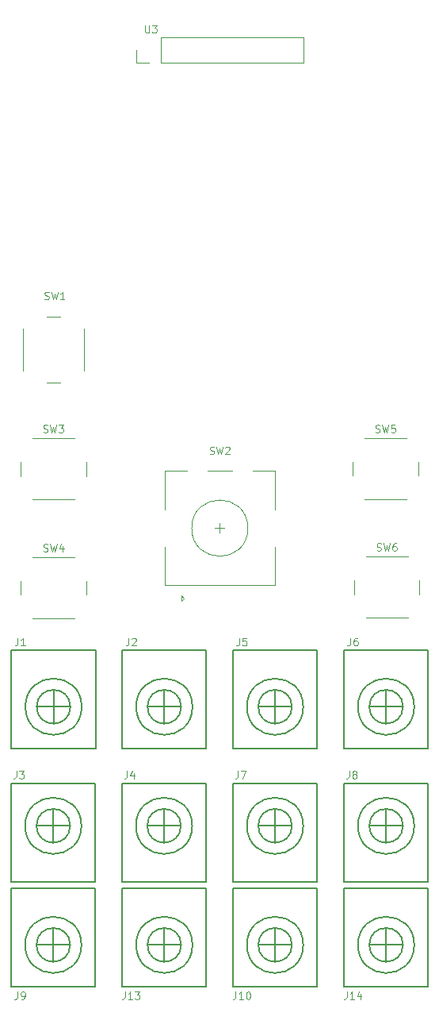
<source format=gbr>
G04 #@! TF.GenerationSoftware,KiCad,Pcbnew,(5.1.8)-1*
G04 #@! TF.CreationDate,2020-12-03T10:56:57+08:00*
G04 #@! TF.ProjectId,Waves,57617665-732e-46b6-9963-61645f706362,rev?*
G04 #@! TF.SameCoordinates,Original*
G04 #@! TF.FileFunction,Legend,Top*
G04 #@! TF.FilePolarity,Positive*
%FSLAX46Y46*%
G04 Gerber Fmt 4.6, Leading zero omitted, Abs format (unit mm)*
G04 Created by KiCad (PCBNEW (5.1.8)-1) date 2020-12-03 10:56:57*
%MOMM*%
%LPD*%
G01*
G04 APERTURE LIST*
%ADD10C,0.150000*%
%ADD11C,0.120000*%
G04 APERTURE END LIST*
D10*
X146453000Y-147320000D02*
X142853000Y-147320000D01*
X144653000Y-145520000D02*
X144653000Y-149120000D01*
X140153000Y-151820000D02*
X149153000Y-151820000D01*
X149153000Y-151820000D02*
X149153000Y-141320000D01*
X149153000Y-141320000D02*
X140153000Y-141320000D01*
X140153000Y-141320000D02*
X140153000Y-151820000D01*
X147659659Y-147320000D02*
G75*
G03*
X147659659Y-147320000I-3006659J0D01*
G01*
X146453000Y-147320000D02*
G75*
G03*
X146453000Y-147320000I-1800000J0D01*
G01*
X134591000Y-147320000D02*
X130991000Y-147320000D01*
X132791000Y-145520000D02*
X132791000Y-149120000D01*
X128291000Y-151820000D02*
X137291000Y-151820000D01*
X137291000Y-151820000D02*
X137291000Y-141320000D01*
X137291000Y-141320000D02*
X128291000Y-141320000D01*
X128291000Y-141320000D02*
X128291000Y-151820000D01*
X135797659Y-147320000D02*
G75*
G03*
X135797659Y-147320000I-3006659J0D01*
G01*
X134591000Y-147320000D02*
G75*
G03*
X134591000Y-147320000I-1800000J0D01*
G01*
X122755000Y-147320000D02*
X119155000Y-147320000D01*
X120955000Y-145520000D02*
X120955000Y-149120000D01*
X116455000Y-151820000D02*
X125455000Y-151820000D01*
X125455000Y-151820000D02*
X125455000Y-141320000D01*
X125455000Y-141320000D02*
X116455000Y-141320000D01*
X116455000Y-141320000D02*
X116455000Y-151820000D01*
X123961659Y-147320000D02*
G75*
G03*
X123961659Y-147320000I-3006659J0D01*
G01*
X122755000Y-147320000D02*
G75*
G03*
X122755000Y-147320000I-1800000J0D01*
G01*
X110893000Y-147320000D02*
X107293000Y-147320000D01*
X109093000Y-145520000D02*
X109093000Y-149120000D01*
X104593000Y-151820000D02*
X113593000Y-151820000D01*
X113593000Y-151820000D02*
X113593000Y-141320000D01*
X113593000Y-141320000D02*
X104593000Y-141320000D01*
X104593000Y-141320000D02*
X104593000Y-151820000D01*
X112099659Y-147320000D02*
G75*
G03*
X112099659Y-147320000I-3006659J0D01*
G01*
X110893000Y-147320000D02*
G75*
G03*
X110893000Y-147320000I-1800000J0D01*
G01*
X146453000Y-121920000D02*
X142853000Y-121920000D01*
X144653000Y-120120000D02*
X144653000Y-123720000D01*
X140153000Y-126420000D02*
X149153000Y-126420000D01*
X149153000Y-126420000D02*
X149153000Y-115920000D01*
X149153000Y-115920000D02*
X140153000Y-115920000D01*
X140153000Y-115920000D02*
X140153000Y-126420000D01*
X147659659Y-121920000D02*
G75*
G03*
X147659659Y-121920000I-3006659J0D01*
G01*
X146453000Y-121920000D02*
G75*
G03*
X146453000Y-121920000I-1800000J0D01*
G01*
X134591000Y-121920000D02*
X130991000Y-121920000D01*
X132791000Y-120120000D02*
X132791000Y-123720000D01*
X128291000Y-126420000D02*
X137291000Y-126420000D01*
X137291000Y-126420000D02*
X137291000Y-115920000D01*
X137291000Y-115920000D02*
X128291000Y-115920000D01*
X128291000Y-115920000D02*
X128291000Y-126420000D01*
X135797659Y-121920000D02*
G75*
G03*
X135797659Y-121920000I-3006659J0D01*
G01*
X134591000Y-121920000D02*
G75*
G03*
X134591000Y-121920000I-1800000J0D01*
G01*
X122755000Y-121920000D02*
X119155000Y-121920000D01*
X120955000Y-120120000D02*
X120955000Y-123720000D01*
X116455000Y-126420000D02*
X125455000Y-126420000D01*
X125455000Y-126420000D02*
X125455000Y-115920000D01*
X125455000Y-115920000D02*
X116455000Y-115920000D01*
X116455000Y-115920000D02*
X116455000Y-126420000D01*
X123961659Y-121920000D02*
G75*
G03*
X123961659Y-121920000I-3006659J0D01*
G01*
X122755000Y-121920000D02*
G75*
G03*
X122755000Y-121920000I-1800000J0D01*
G01*
X110918000Y-121920000D02*
X107318000Y-121920000D01*
X109118000Y-120120000D02*
X109118000Y-123720000D01*
X104618000Y-126420000D02*
X113618000Y-126420000D01*
X113618000Y-126420000D02*
X113618000Y-115920000D01*
X113618000Y-115920000D02*
X104618000Y-115920000D01*
X104618000Y-115920000D02*
X104618000Y-126420000D01*
X112124659Y-121920000D02*
G75*
G03*
X112124659Y-121920000I-3006659J0D01*
G01*
X110918000Y-121920000D02*
G75*
G03*
X110918000Y-121920000I-1800000J0D01*
G01*
X107293000Y-134620000D02*
X110893000Y-134620000D01*
X109093000Y-136420000D02*
X109093000Y-132820000D01*
X113593000Y-130120000D02*
X104593000Y-130120000D01*
X104593000Y-130120000D02*
X104593000Y-140620000D01*
X104593000Y-140620000D02*
X113593000Y-140620000D01*
X113593000Y-140620000D02*
X113593000Y-130120000D01*
X112099659Y-134620000D02*
G75*
G03*
X112099659Y-134620000I-3006659J0D01*
G01*
X110893000Y-134620000D02*
G75*
G03*
X110893000Y-134620000I-1800000J0D01*
G01*
X119129000Y-134620000D02*
X122729000Y-134620000D01*
X120929000Y-136420000D02*
X120929000Y-132820000D01*
X125429000Y-130120000D02*
X116429000Y-130120000D01*
X116429000Y-130120000D02*
X116429000Y-140620000D01*
X116429000Y-140620000D02*
X125429000Y-140620000D01*
X125429000Y-140620000D02*
X125429000Y-130120000D01*
X123935659Y-134620000D02*
G75*
G03*
X123935659Y-134620000I-3006659J0D01*
G01*
X122729000Y-134620000D02*
G75*
G03*
X122729000Y-134620000I-1800000J0D01*
G01*
X130991000Y-134620000D02*
X134591000Y-134620000D01*
X132791000Y-136420000D02*
X132791000Y-132820000D01*
X137291000Y-130120000D02*
X128291000Y-130120000D01*
X128291000Y-130120000D02*
X128291000Y-140620000D01*
X128291000Y-140620000D02*
X137291000Y-140620000D01*
X137291000Y-140620000D02*
X137291000Y-130120000D01*
X135797659Y-134620000D02*
G75*
G03*
X135797659Y-134620000I-3006659J0D01*
G01*
X134591000Y-134620000D02*
G75*
G03*
X134591000Y-134620000I-1800000J0D01*
G01*
X142853000Y-134620000D02*
X146453000Y-134620000D01*
X144653000Y-136420000D02*
X144653000Y-132820000D01*
X149153000Y-130120000D02*
X140153000Y-130120000D01*
X140153000Y-130120000D02*
X140153000Y-140620000D01*
X140153000Y-140620000D02*
X149153000Y-140620000D01*
X149153000Y-140620000D02*
X149153000Y-130120000D01*
X147659659Y-134620000D02*
G75*
G03*
X147659659Y-134620000I-3006659J0D01*
G01*
X146453000Y-134620000D02*
G75*
G03*
X146453000Y-134620000I-1800000J0D01*
G01*
D11*
X142478000Y-112434000D02*
X146978000Y-112434000D01*
X141228000Y-108434000D02*
X141228000Y-109934000D01*
X146978000Y-105934000D02*
X142478000Y-105934000D01*
X148228000Y-109934000D02*
X148228000Y-108434000D01*
X135866160Y-53194240D02*
X135866160Y-50534240D01*
X120566160Y-53194240D02*
X135866160Y-53194240D01*
X120566160Y-50534240D02*
X135866160Y-50534240D01*
X120566160Y-53194240D02*
X120566160Y-50534240D01*
X119296160Y-53194240D02*
X117966160Y-53194240D01*
X117966160Y-53194240D02*
X117966160Y-51864240D01*
X142326000Y-99784800D02*
X146826000Y-99784800D01*
X141076000Y-95784800D02*
X141076000Y-97284800D01*
X146826000Y-93284800D02*
X142326000Y-93284800D01*
X148076000Y-97284800D02*
X148076000Y-95784800D01*
X106867000Y-112485000D02*
X111367000Y-112485000D01*
X105617000Y-108485000D02*
X105617000Y-109985000D01*
X111367000Y-105985000D02*
X106867000Y-105985000D01*
X112617000Y-109985000D02*
X112617000Y-108485000D01*
X106842000Y-99810200D02*
X111342000Y-99810200D01*
X105592000Y-95810200D02*
X105592000Y-97310200D01*
X111342000Y-93310200D02*
X106842000Y-93310200D01*
X112592000Y-97310200D02*
X112592000Y-95810200D01*
X126884000Y-103373000D02*
X126884000Y-102373000D01*
X126384000Y-102873000D02*
X127384000Y-102873000D01*
X130384000Y-96773000D02*
X132784000Y-96773000D01*
X125584000Y-96773000D02*
X128184000Y-96773000D01*
X120984000Y-96773000D02*
X123384000Y-96773000D01*
X122784000Y-110073000D02*
X123084000Y-110373000D01*
X122784000Y-110673000D02*
X122784000Y-110073000D01*
X123084000Y-110373000D02*
X122784000Y-110673000D01*
X120984000Y-108973000D02*
X132784000Y-108973000D01*
X120984000Y-104873000D02*
X120984000Y-108973000D01*
X132784000Y-104873000D02*
X132784000Y-108973000D01*
X132784000Y-96773000D02*
X132784000Y-100873000D01*
X120984000Y-100873000D02*
X120984000Y-96773000D01*
X129884000Y-102873000D02*
G75*
G03*
X129884000Y-102873000I-3000000J0D01*
G01*
X112358000Y-86071200D02*
X112358000Y-81571200D01*
X108358000Y-87321200D02*
X109858000Y-87321200D01*
X105858000Y-81571200D02*
X105858000Y-86071200D01*
X109858000Y-80321200D02*
X108358000Y-80321200D01*
X140449380Y-152300904D02*
X140449380Y-152872333D01*
X140411285Y-152986619D01*
X140335095Y-153062809D01*
X140220809Y-153100904D01*
X140144619Y-153100904D01*
X141249380Y-153100904D02*
X140792238Y-153100904D01*
X141020809Y-153100904D02*
X141020809Y-152300904D01*
X140944619Y-152415190D01*
X140868428Y-152491380D01*
X140792238Y-152529476D01*
X141935095Y-152567571D02*
X141935095Y-153100904D01*
X141744619Y-152262809D02*
X141554142Y-152834238D01*
X142049380Y-152834238D01*
X128587380Y-152300904D02*
X128587380Y-152872333D01*
X128549285Y-152986619D01*
X128473095Y-153062809D01*
X128358809Y-153100904D01*
X128282619Y-153100904D01*
X129387380Y-153100904D02*
X128930238Y-153100904D01*
X129158809Y-153100904D02*
X129158809Y-152300904D01*
X129082619Y-152415190D01*
X129006428Y-152491380D01*
X128930238Y-152529476D01*
X129882619Y-152300904D02*
X129958809Y-152300904D01*
X130035000Y-152339000D01*
X130073095Y-152377095D01*
X130111190Y-152453285D01*
X130149285Y-152605666D01*
X130149285Y-152796142D01*
X130111190Y-152948523D01*
X130073095Y-153024714D01*
X130035000Y-153062809D01*
X129958809Y-153100904D01*
X129882619Y-153100904D01*
X129806428Y-153062809D01*
X129768333Y-153024714D01*
X129730238Y-152948523D01*
X129692142Y-152796142D01*
X129692142Y-152605666D01*
X129730238Y-152453285D01*
X129768333Y-152377095D01*
X129806428Y-152339000D01*
X129882619Y-152300904D01*
X116751380Y-152300904D02*
X116751380Y-152872333D01*
X116713285Y-152986619D01*
X116637095Y-153062809D01*
X116522809Y-153100904D01*
X116446619Y-153100904D01*
X117551380Y-153100904D02*
X117094238Y-153100904D01*
X117322809Y-153100904D02*
X117322809Y-152300904D01*
X117246619Y-152415190D01*
X117170428Y-152491380D01*
X117094238Y-152529476D01*
X117818047Y-152300904D02*
X118313285Y-152300904D01*
X118046619Y-152605666D01*
X118160904Y-152605666D01*
X118237095Y-152643761D01*
X118275190Y-152681857D01*
X118313285Y-152758047D01*
X118313285Y-152948523D01*
X118275190Y-153024714D01*
X118237095Y-153062809D01*
X118160904Y-153100904D01*
X117932333Y-153100904D01*
X117856142Y-153062809D01*
X117818047Y-153024714D01*
X105270333Y-152300904D02*
X105270333Y-152872333D01*
X105232238Y-152986619D01*
X105156047Y-153062809D01*
X105041761Y-153100904D01*
X104965571Y-153100904D01*
X105689380Y-153100904D02*
X105841761Y-153100904D01*
X105917952Y-153062809D01*
X105956047Y-153024714D01*
X106032238Y-152910428D01*
X106070333Y-152758047D01*
X106070333Y-152453285D01*
X106032238Y-152377095D01*
X105994142Y-152339000D01*
X105917952Y-152300904D01*
X105765571Y-152300904D01*
X105689380Y-152339000D01*
X105651285Y-152377095D01*
X105613190Y-152453285D01*
X105613190Y-152643761D01*
X105651285Y-152719952D01*
X105689380Y-152758047D01*
X105765571Y-152796142D01*
X105917952Y-152796142D01*
X105994142Y-152758047D01*
X106032238Y-152719952D01*
X106070333Y-152643761D01*
X140830333Y-114581904D02*
X140830333Y-115153333D01*
X140792238Y-115267619D01*
X140716047Y-115343809D01*
X140601761Y-115381904D01*
X140525571Y-115381904D01*
X141554142Y-114581904D02*
X141401761Y-114581904D01*
X141325571Y-114620000D01*
X141287476Y-114658095D01*
X141211285Y-114772380D01*
X141173190Y-114924761D01*
X141173190Y-115229523D01*
X141211285Y-115305714D01*
X141249380Y-115343809D01*
X141325571Y-115381904D01*
X141477952Y-115381904D01*
X141554142Y-115343809D01*
X141592238Y-115305714D01*
X141630333Y-115229523D01*
X141630333Y-115039047D01*
X141592238Y-114962857D01*
X141554142Y-114924761D01*
X141477952Y-114886666D01*
X141325571Y-114886666D01*
X141249380Y-114924761D01*
X141211285Y-114962857D01*
X141173190Y-115039047D01*
X128968333Y-114581904D02*
X128968333Y-115153333D01*
X128930238Y-115267619D01*
X128854047Y-115343809D01*
X128739761Y-115381904D01*
X128663571Y-115381904D01*
X129730238Y-114581904D02*
X129349285Y-114581904D01*
X129311190Y-114962857D01*
X129349285Y-114924761D01*
X129425476Y-114886666D01*
X129615952Y-114886666D01*
X129692142Y-114924761D01*
X129730238Y-114962857D01*
X129768333Y-115039047D01*
X129768333Y-115229523D01*
X129730238Y-115305714D01*
X129692142Y-115343809D01*
X129615952Y-115381904D01*
X129425476Y-115381904D01*
X129349285Y-115343809D01*
X129311190Y-115305714D01*
X117132333Y-114581904D02*
X117132333Y-115153333D01*
X117094238Y-115267619D01*
X117018047Y-115343809D01*
X116903761Y-115381904D01*
X116827571Y-115381904D01*
X117475190Y-114658095D02*
X117513285Y-114620000D01*
X117589476Y-114581904D01*
X117779952Y-114581904D01*
X117856142Y-114620000D01*
X117894238Y-114658095D01*
X117932333Y-114734285D01*
X117932333Y-114810476D01*
X117894238Y-114924761D01*
X117437095Y-115381904D01*
X117932333Y-115381904D01*
X105295333Y-114581904D02*
X105295333Y-115153333D01*
X105257238Y-115267619D01*
X105181047Y-115343809D01*
X105066761Y-115381904D01*
X104990571Y-115381904D01*
X106095333Y-115381904D02*
X105638190Y-115381904D01*
X105866761Y-115381904D02*
X105866761Y-114581904D01*
X105790571Y-114696190D01*
X105714380Y-114772380D01*
X105638190Y-114810476D01*
X105143333Y-128762904D02*
X105143333Y-129334333D01*
X105105238Y-129448619D01*
X105029047Y-129524809D01*
X104914761Y-129562904D01*
X104838571Y-129562904D01*
X105448095Y-128762904D02*
X105943333Y-128762904D01*
X105676666Y-129067666D01*
X105790952Y-129067666D01*
X105867142Y-129105761D01*
X105905238Y-129143857D01*
X105943333Y-129220047D01*
X105943333Y-129410523D01*
X105905238Y-129486714D01*
X105867142Y-129524809D01*
X105790952Y-129562904D01*
X105562380Y-129562904D01*
X105486190Y-129524809D01*
X105448095Y-129486714D01*
X116979333Y-128762904D02*
X116979333Y-129334333D01*
X116941238Y-129448619D01*
X116865047Y-129524809D01*
X116750761Y-129562904D01*
X116674571Y-129562904D01*
X117703142Y-129029571D02*
X117703142Y-129562904D01*
X117512666Y-128724809D02*
X117322190Y-129296238D01*
X117817428Y-129296238D01*
X128841333Y-128762904D02*
X128841333Y-129334333D01*
X128803238Y-129448619D01*
X128727047Y-129524809D01*
X128612761Y-129562904D01*
X128536571Y-129562904D01*
X129146095Y-128762904D02*
X129679428Y-128762904D01*
X129336571Y-129562904D01*
X140703333Y-128762904D02*
X140703333Y-129334333D01*
X140665238Y-129448619D01*
X140589047Y-129524809D01*
X140474761Y-129562904D01*
X140398571Y-129562904D01*
X141198571Y-129105761D02*
X141122380Y-129067666D01*
X141084285Y-129029571D01*
X141046190Y-128953380D01*
X141046190Y-128915285D01*
X141084285Y-128839095D01*
X141122380Y-128801000D01*
X141198571Y-128762904D01*
X141350952Y-128762904D01*
X141427142Y-128801000D01*
X141465238Y-128839095D01*
X141503333Y-128915285D01*
X141503333Y-128953380D01*
X141465238Y-129029571D01*
X141427142Y-129067666D01*
X141350952Y-129105761D01*
X141198571Y-129105761D01*
X141122380Y-129143857D01*
X141084285Y-129181952D01*
X141046190Y-129258142D01*
X141046190Y-129410523D01*
X141084285Y-129486714D01*
X141122380Y-129524809D01*
X141198571Y-129562904D01*
X141350952Y-129562904D01*
X141427142Y-129524809D01*
X141465238Y-129486714D01*
X141503333Y-129410523D01*
X141503333Y-129258142D01*
X141465238Y-129181952D01*
X141427142Y-129143857D01*
X141350952Y-129105761D01*
X143661333Y-105257809D02*
X143775619Y-105295904D01*
X143966095Y-105295904D01*
X144042285Y-105257809D01*
X144080380Y-105219714D01*
X144118476Y-105143523D01*
X144118476Y-105067333D01*
X144080380Y-104991142D01*
X144042285Y-104953047D01*
X143966095Y-104914952D01*
X143813714Y-104876857D01*
X143737523Y-104838761D01*
X143699428Y-104800666D01*
X143661333Y-104724476D01*
X143661333Y-104648285D01*
X143699428Y-104572095D01*
X143737523Y-104534000D01*
X143813714Y-104495904D01*
X144004190Y-104495904D01*
X144118476Y-104534000D01*
X144385142Y-104495904D02*
X144575619Y-105295904D01*
X144728000Y-104724476D01*
X144880380Y-105295904D01*
X145070857Y-104495904D01*
X145718476Y-104495904D02*
X145566095Y-104495904D01*
X145489904Y-104534000D01*
X145451809Y-104572095D01*
X145375619Y-104686380D01*
X145337523Y-104838761D01*
X145337523Y-105143523D01*
X145375619Y-105219714D01*
X145413714Y-105257809D01*
X145489904Y-105295904D01*
X145642285Y-105295904D01*
X145718476Y-105257809D01*
X145756571Y-105219714D01*
X145794666Y-105143523D01*
X145794666Y-104953047D01*
X145756571Y-104876857D01*
X145718476Y-104838761D01*
X145642285Y-104800666D01*
X145489904Y-104800666D01*
X145413714Y-104838761D01*
X145375619Y-104876857D01*
X145337523Y-104953047D01*
X118897476Y-49218904D02*
X118897476Y-49866523D01*
X118935571Y-49942714D01*
X118973666Y-49980809D01*
X119049857Y-50018904D01*
X119202238Y-50018904D01*
X119278428Y-49980809D01*
X119316523Y-49942714D01*
X119354619Y-49866523D01*
X119354619Y-49218904D01*
X119659380Y-49218904D02*
X120154619Y-49218904D01*
X119887952Y-49523666D01*
X120002238Y-49523666D01*
X120078428Y-49561761D01*
X120116523Y-49599857D01*
X120154619Y-49676047D01*
X120154619Y-49866523D01*
X120116523Y-49942714D01*
X120078428Y-49980809D01*
X120002238Y-50018904D01*
X119773666Y-50018904D01*
X119697476Y-49980809D01*
X119659380Y-49942714D01*
X143509333Y-92608609D02*
X143623619Y-92646704D01*
X143814095Y-92646704D01*
X143890285Y-92608609D01*
X143928380Y-92570514D01*
X143966476Y-92494323D01*
X143966476Y-92418133D01*
X143928380Y-92341942D01*
X143890285Y-92303847D01*
X143814095Y-92265752D01*
X143661714Y-92227657D01*
X143585523Y-92189561D01*
X143547428Y-92151466D01*
X143509333Y-92075276D01*
X143509333Y-91999085D01*
X143547428Y-91922895D01*
X143585523Y-91884800D01*
X143661714Y-91846704D01*
X143852190Y-91846704D01*
X143966476Y-91884800D01*
X144233142Y-91846704D02*
X144423619Y-92646704D01*
X144576000Y-92075276D01*
X144728380Y-92646704D01*
X144918857Y-91846704D01*
X145604571Y-91846704D02*
X145223619Y-91846704D01*
X145185523Y-92227657D01*
X145223619Y-92189561D01*
X145299809Y-92151466D01*
X145490285Y-92151466D01*
X145566476Y-92189561D01*
X145604571Y-92227657D01*
X145642666Y-92303847D01*
X145642666Y-92494323D01*
X145604571Y-92570514D01*
X145566476Y-92608609D01*
X145490285Y-92646704D01*
X145299809Y-92646704D01*
X145223619Y-92608609D01*
X145185523Y-92570514D01*
X108050333Y-105308809D02*
X108164619Y-105346904D01*
X108355095Y-105346904D01*
X108431285Y-105308809D01*
X108469380Y-105270714D01*
X108507476Y-105194523D01*
X108507476Y-105118333D01*
X108469380Y-105042142D01*
X108431285Y-105004047D01*
X108355095Y-104965952D01*
X108202714Y-104927857D01*
X108126523Y-104889761D01*
X108088428Y-104851666D01*
X108050333Y-104775476D01*
X108050333Y-104699285D01*
X108088428Y-104623095D01*
X108126523Y-104585000D01*
X108202714Y-104546904D01*
X108393190Y-104546904D01*
X108507476Y-104585000D01*
X108774142Y-104546904D02*
X108964619Y-105346904D01*
X109117000Y-104775476D01*
X109269380Y-105346904D01*
X109459857Y-104546904D01*
X110107476Y-104813571D02*
X110107476Y-105346904D01*
X109917000Y-104508809D02*
X109726523Y-105080238D01*
X110221761Y-105080238D01*
X108025333Y-92634009D02*
X108139619Y-92672104D01*
X108330095Y-92672104D01*
X108406285Y-92634009D01*
X108444380Y-92595914D01*
X108482476Y-92519723D01*
X108482476Y-92443533D01*
X108444380Y-92367342D01*
X108406285Y-92329247D01*
X108330095Y-92291152D01*
X108177714Y-92253057D01*
X108101523Y-92214961D01*
X108063428Y-92176866D01*
X108025333Y-92100676D01*
X108025333Y-92024485D01*
X108063428Y-91948295D01*
X108101523Y-91910200D01*
X108177714Y-91872104D01*
X108368190Y-91872104D01*
X108482476Y-91910200D01*
X108749142Y-91872104D02*
X108939619Y-92672104D01*
X109092000Y-92100676D01*
X109244380Y-92672104D01*
X109434857Y-91872104D01*
X109663428Y-91872104D02*
X110158666Y-91872104D01*
X109892000Y-92176866D01*
X110006285Y-92176866D01*
X110082476Y-92214961D01*
X110120571Y-92253057D01*
X110158666Y-92329247D01*
X110158666Y-92519723D01*
X110120571Y-92595914D01*
X110082476Y-92634009D01*
X110006285Y-92672104D01*
X109777714Y-92672104D01*
X109701523Y-92634009D01*
X109663428Y-92595914D01*
X125806333Y-94938809D02*
X125920619Y-94976904D01*
X126111095Y-94976904D01*
X126187285Y-94938809D01*
X126225380Y-94900714D01*
X126263476Y-94824523D01*
X126263476Y-94748333D01*
X126225380Y-94672142D01*
X126187285Y-94634047D01*
X126111095Y-94595952D01*
X125958714Y-94557857D01*
X125882523Y-94519761D01*
X125844428Y-94481666D01*
X125806333Y-94405476D01*
X125806333Y-94329285D01*
X125844428Y-94253095D01*
X125882523Y-94215000D01*
X125958714Y-94176904D01*
X126149190Y-94176904D01*
X126263476Y-94215000D01*
X126530142Y-94176904D02*
X126720619Y-94976904D01*
X126873000Y-94405476D01*
X127025380Y-94976904D01*
X127215857Y-94176904D01*
X127482523Y-94253095D02*
X127520619Y-94215000D01*
X127596809Y-94176904D01*
X127787285Y-94176904D01*
X127863476Y-94215000D01*
X127901571Y-94253095D01*
X127939666Y-94329285D01*
X127939666Y-94405476D01*
X127901571Y-94519761D01*
X127444428Y-94976904D01*
X127939666Y-94976904D01*
X108153333Y-78428809D02*
X108267619Y-78466904D01*
X108458095Y-78466904D01*
X108534285Y-78428809D01*
X108572380Y-78390714D01*
X108610476Y-78314523D01*
X108610476Y-78238333D01*
X108572380Y-78162142D01*
X108534285Y-78124047D01*
X108458095Y-78085952D01*
X108305714Y-78047857D01*
X108229523Y-78009761D01*
X108191428Y-77971666D01*
X108153333Y-77895476D01*
X108153333Y-77819285D01*
X108191428Y-77743095D01*
X108229523Y-77705000D01*
X108305714Y-77666904D01*
X108496190Y-77666904D01*
X108610476Y-77705000D01*
X108877142Y-77666904D02*
X109067619Y-78466904D01*
X109220000Y-77895476D01*
X109372380Y-78466904D01*
X109562857Y-77666904D01*
X110286666Y-78466904D02*
X109829523Y-78466904D01*
X110058095Y-78466904D02*
X110058095Y-77666904D01*
X109981904Y-77781190D01*
X109905714Y-77857380D01*
X109829523Y-77895476D01*
M02*

</source>
